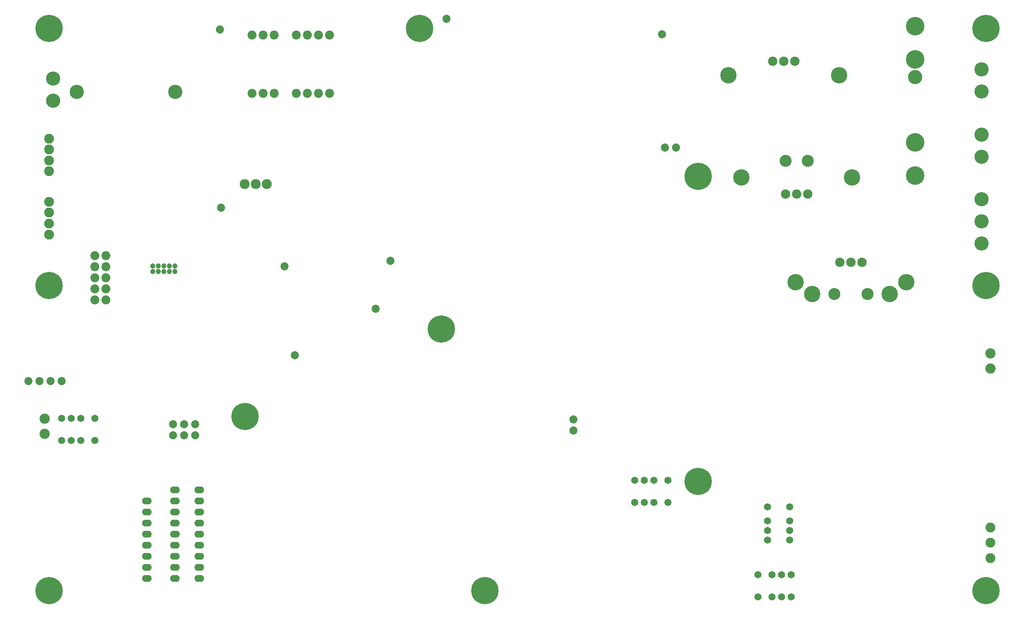
<source format=gbr>
G04 DesignSpark PCB Gerber Version 11.0 Build 5877*
G04 #@! TF.Part,Single*
G04 #@! TF.FileFunction,Soldermask,Bot*
G04 #@! TF.FilePolarity,Negative*
%FSLAX35Y35*%
%MOIN*%
G04 #@! TA.AperFunction,ComponentPad*
%ADD86O,0.08874X0.06118*%
%ADD84C,0.04740*%
%ADD83C,0.06512*%
%ADD78C,0.07299*%
%ADD76C,0.08087*%
%ADD82C,0.08480*%
%ADD77C,0.08874*%
%ADD75C,0.09031*%
%ADD85C,0.09268*%
%ADD81C,0.10843*%
%ADD74C,0.12811*%
%ADD80C,0.14780*%
%ADD79C,0.16748*%
G04 #@! TA.AperFunction,WasherPad*
%ADD73C,0.24622*%
G04 #@! TD.AperFunction*
X0Y0D02*
D02*
D73*
X36793Y31746D03*
Y307337D03*
Y539620D03*
X213959Y189226D03*
X371439Y539620D03*
X391124Y267967D03*
X430494Y31746D03*
X623407Y130565D03*
Y406156D03*
X883250Y31746D03*
Y307337D03*
Y539620D03*
D02*
D74*
X40730Y474502D03*
Y494502D03*
X61990Y482533D03*
X150967D03*
X819077Y495919D03*
X879313Y345604D03*
Y365604D03*
Y385604D03*
Y423715D03*
Y443715D03*
Y482770D03*
Y502770D03*
D02*
D75*
X213644Y399069D03*
X223644D03*
X233644D03*
D02*
D76*
X78250Y294423D03*
Y304423D03*
Y314423D03*
Y324423D03*
Y334423D03*
X88250Y294423D03*
Y304423D03*
Y314423D03*
Y324423D03*
Y334423D03*
X220297Y480959D03*
Y533715D03*
X230297Y480959D03*
Y533715D03*
X240297Y480959D03*
Y533715D03*
X260297Y480959D03*
Y533715D03*
X270297Y480959D03*
Y533715D03*
X280297Y480959D03*
Y533715D03*
X290297Y480959D03*
Y533715D03*
D02*
D77*
X36793Y353596D03*
Y363439D03*
Y373281D03*
Y383124D03*
Y410683D03*
Y420526D03*
Y430368D03*
Y440211D03*
X887187Y61274D03*
Y75053D03*
Y88833D03*
D02*
D78*
X18250Y221116D03*
X28250D03*
X38250D03*
X48250D03*
X148841Y172022D03*
Y182022D03*
X158841Y172022D03*
Y182022D03*
X168841Y172022D03*
Y182022D03*
X191124Y538715D03*
X192305Y377691D03*
X249510Y324659D03*
X258959Y244344D03*
X332069Y286352D03*
X345337Y329778D03*
X395848Y548557D03*
X510415Y176354D03*
Y186354D03*
X590455Y534502D03*
X593209Y432140D03*
X603209D03*
D02*
D79*
X819077Y406943D03*
Y436943D03*
Y511943D03*
Y541943D03*
D02*
D80*
X650573Y497494D03*
X662384Y405130D03*
X711203Y310486D03*
X726203Y299736D03*
X750573Y497494D03*
X762384Y405130D03*
X796203Y299736D03*
X811203Y310486D03*
D02*
D81*
X702384Y420130D03*
X722384D03*
X746203Y299736D03*
X776203D03*
D02*
D82*
X690573Y509994D03*
X700573D03*
X702384Y390130D03*
X710573Y509994D03*
X712384Y390130D03*
X722384D03*
X751203Y328486D03*
X761203D03*
X771203D03*
D02*
D83*
X48211Y167415D03*
Y187415D03*
X56872Y167415D03*
Y187415D03*
X65533Y167415D03*
Y187415D03*
X78132Y167415D03*
Y187415D03*
X565927Y111510D03*
Y131510D03*
X574589Y111510D03*
Y131510D03*
X583250Y111510D03*
Y131510D03*
X595848Y111510D03*
Y131510D03*
X677344Y26077D03*
Y46077D03*
X685848Y77415D03*
Y86077D03*
Y94738D03*
Y107337D03*
X689943Y26077D03*
Y46077D03*
X698604Y26077D03*
Y46077D03*
X705848Y77415D03*
Y86077D03*
Y94738D03*
Y107337D03*
X707266Y26077D03*
Y46077D03*
D02*
D84*
X130730Y320191D03*
Y325191D03*
X135730Y320191D03*
Y325191D03*
X140730Y320191D03*
Y325191D03*
X145730Y320191D03*
Y325191D03*
X150730Y320191D03*
Y325191D03*
D02*
D85*
X32856Y173281D03*
Y187061D03*
X887187Y232337D03*
Y246116D03*
D02*
D86*
X125376Y42927D03*
Y52927D03*
Y62927D03*
Y72927D03*
Y82927D03*
Y92927D03*
Y102927D03*
Y112927D03*
X150573Y42927D03*
Y52927D03*
Y62927D03*
Y72927D03*
Y82927D03*
Y92927D03*
Y102927D03*
Y112927D03*
Y122927D03*
X172620Y42927D03*
Y52927D03*
Y62927D03*
Y72927D03*
Y82927D03*
Y92927D03*
Y102927D03*
Y112927D03*
Y122927D03*
X0Y0D02*
M02*

</source>
